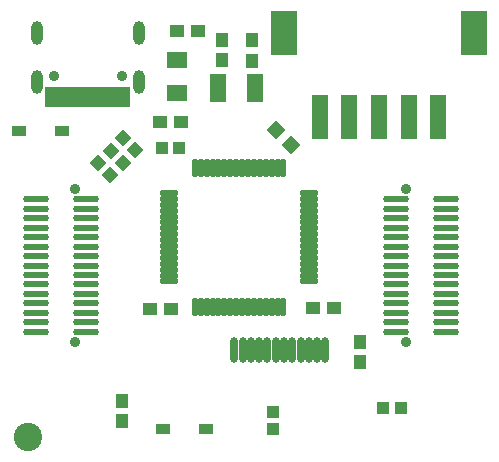
<source format=gbs>
G04*
G04 #@! TF.GenerationSoftware,Altium Limited,Altium Designer,21.5.1 (32)*
G04*
G04 Layer_Color=16711935*
%FSLAX25Y25*%
%MOIN*%
G70*
G04*
G04 #@! TF.SameCoordinates,7B5D3A8B-CDFD-4B31-A324-F985B6E4613D*
G04*
G04*
G04 #@! TF.FilePolarity,Negative*
G04*
G01*
G75*
%ADD24R,0.04600X0.04300*%
%ADD25R,0.03950X0.04147*%
%ADD26R,0.04300X0.04600*%
%ADD27R,0.04147X0.03950*%
%ADD33O,0.03950X0.07887*%
%ADD34C,0.03556*%
%ADD35C,0.03556*%
%ADD36C,0.09461*%
%ADD55R,0.05524X0.14580*%
%ADD56R,0.08674X0.14580*%
%ADD57R,0.05524X0.09461*%
%ADD58R,0.01981X0.06706*%
%ADD59O,0.06312X0.01981*%
%ADD60O,0.01981X0.06312*%
%ADD61O,0.02375X0.08674*%
%ADD62O,0.08674X0.02178*%
%ADD63R,0.04737X0.03753*%
G04:AMPARAMS|DCode=64|XSize=39.5mil|YSize=41.47mil|CornerRadius=0mil|HoleSize=0mil|Usage=FLASHONLY|Rotation=135.000|XOffset=0mil|YOffset=0mil|HoleType=Round|Shape=Rectangle|*
%AMROTATEDRECTD64*
4,1,4,0.02862,0.00070,-0.00070,-0.02862,-0.02862,-0.00070,0.00070,0.02862,0.02862,0.00070,0.0*
%
%ADD64ROTATEDRECTD64*%

%ADD65R,0.06706X0.05524*%
G04:AMPARAMS|DCode=66|XSize=46mil|YSize=43mil|CornerRadius=0mil|HoleSize=0mil|Usage=FLASHONLY|Rotation=315.000|XOffset=0mil|YOffset=0mil|HoleType=Round|Shape=Rectangle|*
%AMROTATEDRECTD66*
4,1,4,-0.03147,0.00106,-0.00106,0.03147,0.03147,-0.00106,0.00106,-0.03147,-0.03147,0.00106,0.0*
%
%ADD66ROTATEDRECTD66*%

D24*
X58800Y112900D02*
D03*
X51900D02*
D03*
X57600Y143000D02*
D03*
X64500D02*
D03*
X109700Y50800D02*
D03*
X102800D02*
D03*
X48500Y50500D02*
D03*
X55400D02*
D03*
D25*
X131974Y17400D02*
D03*
X126226D02*
D03*
X58174Y104000D02*
D03*
X52426D02*
D03*
D26*
X72400Y133400D02*
D03*
Y140300D02*
D03*
X82300Y133200D02*
D03*
Y140100D02*
D03*
X118600Y39600D02*
D03*
Y32700D02*
D03*
X39000Y13000D02*
D03*
Y19900D02*
D03*
D27*
X89600Y10426D02*
D03*
Y16174D02*
D03*
D33*
X10714Y142391D02*
D03*
X44769Y142391D02*
D03*
X10714Y126013D02*
D03*
X44769D02*
D03*
D34*
X16344Y128100D02*
D03*
X39100D02*
D03*
D35*
X23622Y90551D02*
D03*
Y39370D02*
D03*
X133858D02*
D03*
Y90551D02*
D03*
D36*
X7874Y7874D02*
D03*
D55*
X144485Y114500D02*
D03*
X134643D02*
D03*
X124800D02*
D03*
X114957D02*
D03*
X105115D02*
D03*
D56*
X93001Y142575D02*
D03*
X156599Y142575D02*
D03*
D57*
X83396Y124000D02*
D03*
X71004D02*
D03*
D58*
X30675Y121210D02*
D03*
X28706D02*
D03*
X26738D02*
D03*
X24769D02*
D03*
X14533D02*
D03*
X15714D02*
D03*
X17683D02*
D03*
X18864D02*
D03*
X20832D02*
D03*
X22801D02*
D03*
X32643D02*
D03*
X34612D02*
D03*
X36580D02*
D03*
X37761D02*
D03*
X39730D02*
D03*
X40911D02*
D03*
D59*
X54943Y89174D02*
D03*
Y87205D02*
D03*
Y85237D02*
D03*
Y83268D02*
D03*
X54943Y81300D02*
D03*
Y79331D02*
D03*
Y77363D02*
D03*
Y75394D02*
D03*
Y73426D02*
D03*
Y71457D02*
D03*
Y69489D02*
D03*
Y67520D02*
D03*
X54943Y65552D02*
D03*
Y63583D02*
D03*
Y61615D02*
D03*
Y59646D02*
D03*
X101400D02*
D03*
Y61615D02*
D03*
Y63583D02*
D03*
Y65552D02*
D03*
X101400Y67520D02*
D03*
Y69489D02*
D03*
Y71457D02*
D03*
Y73426D02*
D03*
Y75394D02*
D03*
Y77363D02*
D03*
Y79331D02*
D03*
Y81300D02*
D03*
X101400Y83268D02*
D03*
Y85237D02*
D03*
Y87205D02*
D03*
Y89174D02*
D03*
D60*
X63408Y51182D02*
D03*
X65376D02*
D03*
X67345D02*
D03*
X69313D02*
D03*
X71282D02*
D03*
X73250D02*
D03*
X75219D02*
D03*
X77187D02*
D03*
X79156D02*
D03*
X81124D02*
D03*
X83093D02*
D03*
X85061D02*
D03*
X87030D02*
D03*
X88998D02*
D03*
X90967Y51182D02*
D03*
X92935D02*
D03*
Y97639D02*
D03*
X90967D02*
D03*
X88998Y97639D02*
D03*
X87030D02*
D03*
X85061D02*
D03*
X83093D02*
D03*
X81124D02*
D03*
X79156D02*
D03*
X77187D02*
D03*
X75219D02*
D03*
X73250D02*
D03*
X71282D02*
D03*
X69313D02*
D03*
X67345D02*
D03*
X65376D02*
D03*
X63408D02*
D03*
D61*
X90388Y36800D02*
D03*
X82121D02*
D03*
X98656D02*
D03*
X106924D02*
D03*
X79365D02*
D03*
X76609D02*
D03*
X87632D02*
D03*
X84876D02*
D03*
X95900D02*
D03*
X93144D02*
D03*
X101412D02*
D03*
X104168D02*
D03*
D62*
X10433Y42913D02*
D03*
Y46063D02*
D03*
Y49213D02*
D03*
Y52362D02*
D03*
Y55512D02*
D03*
Y58661D02*
D03*
Y61811D02*
D03*
Y64961D02*
D03*
Y68110D02*
D03*
Y71260D02*
D03*
Y74409D02*
D03*
Y77559D02*
D03*
Y80709D02*
D03*
Y83858D02*
D03*
Y87008D02*
D03*
X26969Y42913D02*
D03*
Y46063D02*
D03*
Y49213D02*
D03*
Y52362D02*
D03*
Y55512D02*
D03*
Y58661D02*
D03*
Y61811D02*
D03*
Y64961D02*
D03*
Y68110D02*
D03*
Y71260D02*
D03*
Y74409D02*
D03*
Y77559D02*
D03*
Y80709D02*
D03*
Y83858D02*
D03*
Y87008D02*
D03*
X147047D02*
D03*
Y83858D02*
D03*
Y80709D02*
D03*
Y77559D02*
D03*
Y74410D02*
D03*
Y71260D02*
D03*
X147047Y68110D02*
D03*
X147047Y64961D02*
D03*
Y61811D02*
D03*
Y58661D02*
D03*
Y55512D02*
D03*
Y52362D02*
D03*
Y49213D02*
D03*
Y46063D02*
D03*
Y42913D02*
D03*
X130512Y87008D02*
D03*
Y83858D02*
D03*
Y80709D02*
D03*
Y77559D02*
D03*
Y74409D02*
D03*
Y71260D02*
D03*
Y68110D02*
D03*
Y64961D02*
D03*
Y61811D02*
D03*
Y58661D02*
D03*
Y55512D02*
D03*
Y52362D02*
D03*
Y49213D02*
D03*
Y46063D02*
D03*
Y42913D02*
D03*
D63*
X4800Y109700D02*
D03*
X18973D02*
D03*
X66987Y10400D02*
D03*
X52813D02*
D03*
D64*
X39513Y107373D02*
D03*
X43577Y103308D02*
D03*
X31168Y99132D02*
D03*
X35232Y95068D02*
D03*
X39432Y99190D02*
D03*
X35368Y103255D02*
D03*
D65*
X57500Y133412D02*
D03*
Y122388D02*
D03*
D66*
X95400Y105300D02*
D03*
X90521Y110179D02*
D03*
M02*

</source>
